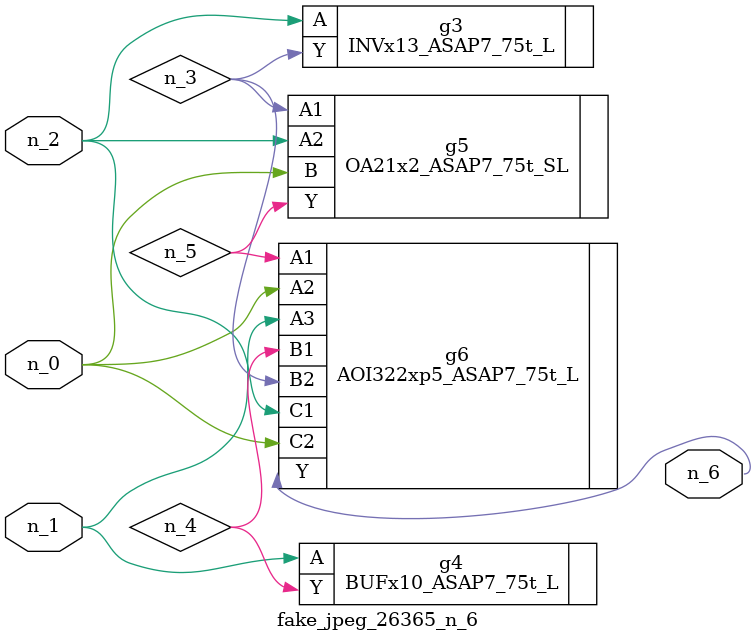
<source format=v>
module fake_jpeg_26365_n_6 (n_0, n_2, n_1, n_6);

input n_0;
input n_2;
input n_1;

output n_6;

wire n_3;
wire n_4;
wire n_5;

INVx13_ASAP7_75t_L g3 ( 
.A(n_2),
.Y(n_3)
);

BUFx10_ASAP7_75t_L g4 ( 
.A(n_1),
.Y(n_4)
);

OA21x2_ASAP7_75t_SL g5 ( 
.A1(n_3),
.A2(n_2),
.B(n_0),
.Y(n_5)
);

AOI322xp5_ASAP7_75t_L g6 ( 
.A1(n_5),
.A2(n_0),
.A3(n_1),
.B1(n_4),
.B2(n_3),
.C1(n_2),
.C2(n_0),
.Y(n_6)
);


endmodule
</source>
